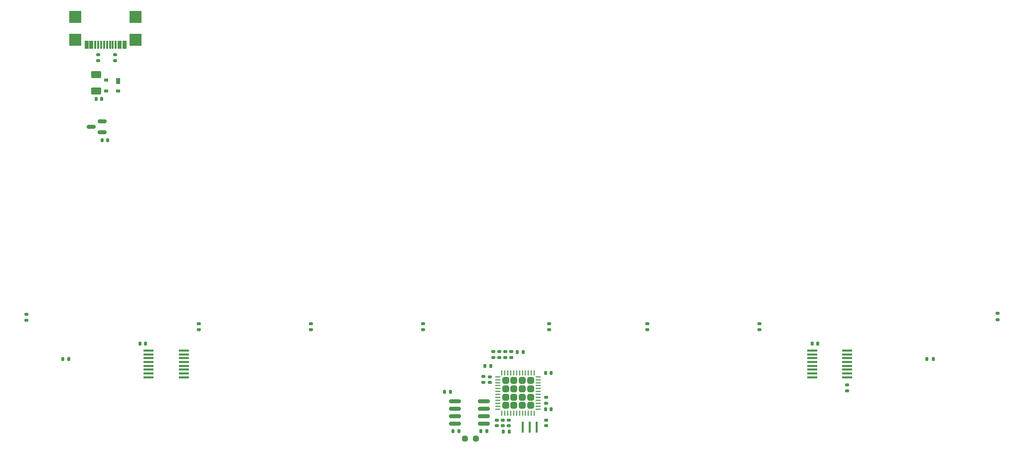
<source format=gbr>
%TF.GenerationSoftware,KiCad,Pcbnew,(7.0.0)*%
%TF.CreationDate,2023-05-17T15:56:54+02:00*%
%TF.ProjectId,travaulta prototype,74726176-6175-46c7-9461-2070726f746f,rev?*%
%TF.SameCoordinates,Original*%
%TF.FileFunction,Paste,Bot*%
%TF.FilePolarity,Positive*%
%FSLAX46Y46*%
G04 Gerber Fmt 4.6, Leading zero omitted, Abs format (unit mm)*
G04 Created by KiCad (PCBNEW (7.0.0)) date 2023-05-17 15:56:54*
%MOMM*%
%LPD*%
G01*
G04 APERTURE LIST*
G04 Aperture macros list*
%AMRoundRect*
0 Rectangle with rounded corners*
0 $1 Rounding radius*
0 $2 $3 $4 $5 $6 $7 $8 $9 X,Y pos of 4 corners*
0 Add a 4 corners polygon primitive as box body*
4,1,4,$2,$3,$4,$5,$6,$7,$8,$9,$2,$3,0*
0 Add four circle primitives for the rounded corners*
1,1,$1+$1,$2,$3*
1,1,$1+$1,$4,$5*
1,1,$1+$1,$6,$7*
1,1,$1+$1,$8,$9*
0 Add four rect primitives between the rounded corners*
20,1,$1+$1,$2,$3,$4,$5,0*
20,1,$1+$1,$4,$5,$6,$7,0*
20,1,$1+$1,$6,$7,$8,$9,0*
20,1,$1+$1,$8,$9,$2,$3,0*%
G04 Aperture macros list end*
%ADD10R,0.400000X1.900000*%
%ADD11RoundRect,0.140000X0.140000X0.170000X-0.140000X0.170000X-0.140000X-0.170000X0.140000X-0.170000X0*%
%ADD12RoundRect,0.140000X-0.140000X-0.170000X0.140000X-0.170000X0.140000X0.170000X-0.140000X0.170000X0*%
%ADD13RoundRect,0.140000X-0.170000X0.140000X-0.170000X-0.140000X0.170000X-0.140000X0.170000X0.140000X0*%
%ADD14RoundRect,0.150000X-0.825000X-0.150000X0.825000X-0.150000X0.825000X0.150000X-0.825000X0.150000X0*%
%ADD15RoundRect,0.135000X-0.185000X0.135000X-0.185000X-0.135000X0.185000X-0.135000X0.185000X0.135000X0*%
%ADD16RoundRect,0.135000X0.185000X-0.135000X0.185000X0.135000X-0.185000X0.135000X-0.185000X-0.135000X0*%
%ADD17RoundRect,0.135000X-0.135000X-0.185000X0.135000X-0.185000X0.135000X0.185000X-0.135000X0.185000X0*%
%ADD18RoundRect,0.250000X0.315000X-0.315000X0.315000X0.315000X-0.315000X0.315000X-0.315000X-0.315000X0*%
%ADD19RoundRect,0.062500X0.062500X-0.375000X0.062500X0.375000X-0.062500X0.375000X-0.062500X-0.375000X0*%
%ADD20RoundRect,0.062500X0.375000X-0.062500X0.375000X0.062500X-0.375000X0.062500X-0.375000X-0.062500X0*%
%ADD21RoundRect,0.135000X0.135000X0.185000X-0.135000X0.185000X-0.135000X-0.185000X0.135000X-0.185000X0*%
%ADD22R,1.778000X0.419100*%
%ADD23RoundRect,0.250000X-0.625000X0.375000X-0.625000X-0.375000X0.625000X-0.375000X0.625000X0.375000X0*%
%ADD24R,0.700000X1.000000*%
%ADD25R,0.700000X0.600000*%
%ADD26RoundRect,0.140000X0.170000X-0.140000X0.170000X0.140000X-0.170000X0.140000X-0.170000X-0.140000X0*%
%ADD27RoundRect,0.150000X0.587500X0.150000X-0.587500X0.150000X-0.587500X-0.150000X0.587500X-0.150000X0*%
%ADD28RoundRect,0.237500X0.250000X0.237500X-0.250000X0.237500X-0.250000X-0.237500X0.250000X-0.237500X0*%
%ADD29RoundRect,0.050000X-0.300000X-0.650000X0.300000X-0.650000X0.300000X0.650000X-0.300000X0.650000X0*%
%ADD30RoundRect,0.050000X-0.150000X-0.650000X0.150000X-0.650000X0.150000X0.650000X-0.150000X0.650000X0*%
%ADD31RoundRect,0.050000X-1.000000X-1.000000X1.000000X-1.000000X1.000000X1.000000X-1.000000X1.000000X0*%
G04 APERTURE END LIST*
D10*
%TO.C,Y1*%
X153415999Y-118744999D03*
X154615999Y-118744999D03*
X155815999Y-118744999D03*
%TD*%
D11*
%TO.C,C7*%
X147984000Y-108331000D03*
X147024000Y-108331000D03*
%TD*%
D12*
%TO.C,C12*%
X202609436Y-104534305D03*
X203569436Y-104534305D03*
%TD*%
D13*
%TO.C,C15*%
X149031000Y-117540000D03*
X149031000Y-118500000D03*
%TD*%
D14*
%TO.C,U5*%
X141899097Y-118120501D03*
X141899097Y-116850501D03*
X141899097Y-115580501D03*
X141899097Y-114310501D03*
X146849097Y-114310501D03*
X146849097Y-115580501D03*
X146849097Y-116850501D03*
X146849097Y-118120501D03*
%TD*%
D15*
%TO.C,R7*%
X146742000Y-110107000D03*
X146742000Y-111127000D03*
%TD*%
D16*
%TO.C,R11*%
X98425000Y-102110000D03*
X98425000Y-101090000D03*
%TD*%
D15*
%TO.C,R2*%
X151511000Y-105877000D03*
X151511000Y-106897000D03*
%TD*%
D12*
%TO.C,C9*%
X157311000Y-115663994D03*
X158271000Y-115663994D03*
%TD*%
D17*
%TO.C,R4*%
X152525000Y-105918000D03*
X153545000Y-105918000D03*
%TD*%
D18*
%TO.C,U1*%
X150554000Y-115003000D03*
X151954000Y-115003000D03*
X153354000Y-115003000D03*
X154754000Y-115003000D03*
X150554000Y-113603000D03*
X151954000Y-113603000D03*
X153354000Y-113603000D03*
X154754000Y-113603000D03*
X150554000Y-112203000D03*
X151954000Y-112203000D03*
X153354000Y-112203000D03*
X154754000Y-112203000D03*
X150554000Y-110803000D03*
X151954000Y-110803000D03*
X153354000Y-110803000D03*
X154754000Y-110803000D03*
D19*
X155404000Y-116340500D03*
X154904000Y-116340500D03*
X154404000Y-116340500D03*
X153904000Y-116340500D03*
X153404000Y-116340500D03*
X152904000Y-116340500D03*
X152404000Y-116340500D03*
X151904000Y-116340500D03*
X151404000Y-116340500D03*
X150904000Y-116340500D03*
X150404000Y-116340500D03*
X149904000Y-116340500D03*
D20*
X149216500Y-115653000D03*
X149216500Y-115153000D03*
X149216500Y-114653000D03*
X149216500Y-114153000D03*
X149216500Y-113653000D03*
X149216500Y-113153000D03*
X149216500Y-112653000D03*
X149216500Y-112153000D03*
X149216500Y-111653000D03*
X149216500Y-111153000D03*
X149216500Y-110653000D03*
X149216500Y-110153000D03*
D19*
X149904000Y-109465500D03*
X150404000Y-109465500D03*
X150904000Y-109465500D03*
X151404000Y-109465500D03*
X151904000Y-109465500D03*
X152404000Y-109465500D03*
X152904000Y-109465500D03*
X153404000Y-109465500D03*
X153904000Y-109465500D03*
X154404000Y-109465500D03*
X154904000Y-109465500D03*
X155404000Y-109465500D03*
D20*
X156091500Y-110153000D03*
X156091500Y-110653000D03*
X156091500Y-111153000D03*
X156091500Y-111653000D03*
X156091500Y-112153000D03*
X156091500Y-112653000D03*
X156091500Y-113153000D03*
X156091500Y-113653000D03*
X156091500Y-114153000D03*
X156091500Y-114653000D03*
X156091500Y-115153000D03*
X156091500Y-115653000D03*
%TD*%
D16*
%TO.C,R12*%
X157956250Y-102110000D03*
X157956250Y-101090000D03*
%TD*%
%TO.C,R15*%
X69088000Y-100522500D03*
X69088000Y-99502500D03*
%TD*%
D13*
%TO.C,C11*%
X151063000Y-117540000D03*
X151063000Y-118500000D03*
%TD*%
D21*
%TO.C,R13*%
X76305148Y-107156250D03*
X75285148Y-107156250D03*
%TD*%
D12*
%TO.C,C8*%
X157311000Y-109474000D03*
X158271000Y-109474000D03*
%TD*%
D16*
%TO.C,R10*%
X174625000Y-102110000D03*
X174625000Y-101090000D03*
%TD*%
D22*
%TO.C,U3*%
X208555589Y-105676699D03*
X208555589Y-106326939D03*
X208555589Y-106977179D03*
X208555589Y-107627419D03*
X208555589Y-108272579D03*
X208555589Y-108922819D03*
X208555589Y-109573059D03*
X208555589Y-110223299D03*
X202606909Y-110223299D03*
X202606909Y-109573059D03*
X202606909Y-108922819D03*
X202606909Y-108272579D03*
X202606909Y-107627419D03*
X202606909Y-106977179D03*
X202606909Y-106326939D03*
X202606909Y-105676699D03*
%TD*%
D16*
%TO.C,R1*%
X148463000Y-106897000D03*
X148463000Y-105877000D03*
%TD*%
D15*
%TO.C,R16*%
X234156250Y-99377387D03*
X234156250Y-100397387D03*
%TD*%
D11*
%TO.C,C14*%
X141132500Y-112712500D03*
X140172500Y-112712500D03*
%TD*%
D16*
%TO.C,R9*%
X149479000Y-106897000D03*
X149479000Y-105877000D03*
%TD*%
D11*
%TO.C,C13*%
X89380000Y-104485820D03*
X88420000Y-104485820D03*
%TD*%
D17*
%TO.C,R21*%
X146332687Y-119390501D03*
X147352687Y-119390501D03*
%TD*%
D12*
%TO.C,C5*%
X81943000Y-69850000D03*
X82903000Y-69850000D03*
%TD*%
D16*
%TO.C,R20*%
X193675000Y-102110000D03*
X193675000Y-101090000D03*
%TD*%
D21*
%TO.C,R23*%
X142592312Y-119390501D03*
X141572312Y-119390501D03*
%TD*%
D15*
%TO.C,R14*%
X208548088Y-111558447D03*
X208548088Y-112578447D03*
%TD*%
D17*
%TO.C,R6*%
X150169000Y-119507000D03*
X151189000Y-119507000D03*
%TD*%
D23*
%TO.C,F_USBC1*%
X80962500Y-58671000D03*
X80962500Y-61471000D03*
%TD*%
D24*
%TO.C,D1*%
X84692999Y-59828999D03*
D25*
X84692999Y-61528999D03*
X82692999Y-61528999D03*
X82692999Y-59628999D03*
%TD*%
D16*
%TO.C,R18*%
X81280000Y-56356250D03*
X81280000Y-55336250D03*
%TD*%
D15*
%TO.C,R3*%
X157410000Y-113663000D03*
X157410000Y-114683000D03*
%TD*%
%TO.C,R8*%
X150495000Y-105877000D03*
X150495000Y-106897000D03*
%TD*%
D17*
%TO.C,R5*%
X222146885Y-107164145D03*
X223166885Y-107164145D03*
%TD*%
D26*
%TO.C,C1*%
X147885000Y-111097000D03*
X147885000Y-110137000D03*
%TD*%
D12*
%TO.C,C4*%
X80927000Y-62865000D03*
X81887000Y-62865000D03*
%TD*%
D22*
%TO.C,U4*%
X95843089Y-105676699D03*
X95843089Y-106326939D03*
X95843089Y-106977179D03*
X95843089Y-107627419D03*
X95843089Y-108272579D03*
X95843089Y-108922819D03*
X95843089Y-109573059D03*
X95843089Y-110223299D03*
X89894409Y-110223299D03*
X89894409Y-109573059D03*
X89894409Y-108922819D03*
X89894409Y-108272579D03*
X89894409Y-107627419D03*
X89894409Y-106977179D03*
X89894409Y-106326939D03*
X89894409Y-105676699D03*
%TD*%
D13*
%TO.C,C6*%
X157410000Y-117503000D03*
X157410000Y-118463000D03*
%TD*%
D27*
%TO.C,U2*%
X81963500Y-66614000D03*
X81963500Y-68514000D03*
X80088500Y-67564000D03*
%TD*%
D28*
%TO.C,JP1*%
X145462340Y-120650000D03*
X143637340Y-120650000D03*
%TD*%
D29*
%TO.C,USB1*%
X79350000Y-53631250D03*
X80150000Y-53631250D03*
D30*
X80800000Y-53631250D03*
X81300000Y-53631250D03*
X81800000Y-53631250D03*
X82300000Y-53631250D03*
X82800000Y-53631250D03*
X83300000Y-53631250D03*
X83800000Y-53631250D03*
X84300000Y-53631250D03*
D29*
X84950000Y-53631250D03*
X85750000Y-53631250D03*
D31*
X77430000Y-48871250D03*
X77430000Y-52771250D03*
X87670000Y-48871250D03*
X87670000Y-52771250D03*
%TD*%
D16*
%TO.C,R19*%
X136525000Y-102110000D03*
X136525000Y-101090000D03*
%TD*%
D15*
%TO.C,R24*%
X84201000Y-55336250D03*
X84201000Y-56356250D03*
%TD*%
D13*
%TO.C,C10*%
X150047000Y-117540000D03*
X150047000Y-118500000D03*
%TD*%
D16*
%TO.C,R17*%
X117475000Y-102110000D03*
X117475000Y-101090000D03*
%TD*%
M02*

</source>
